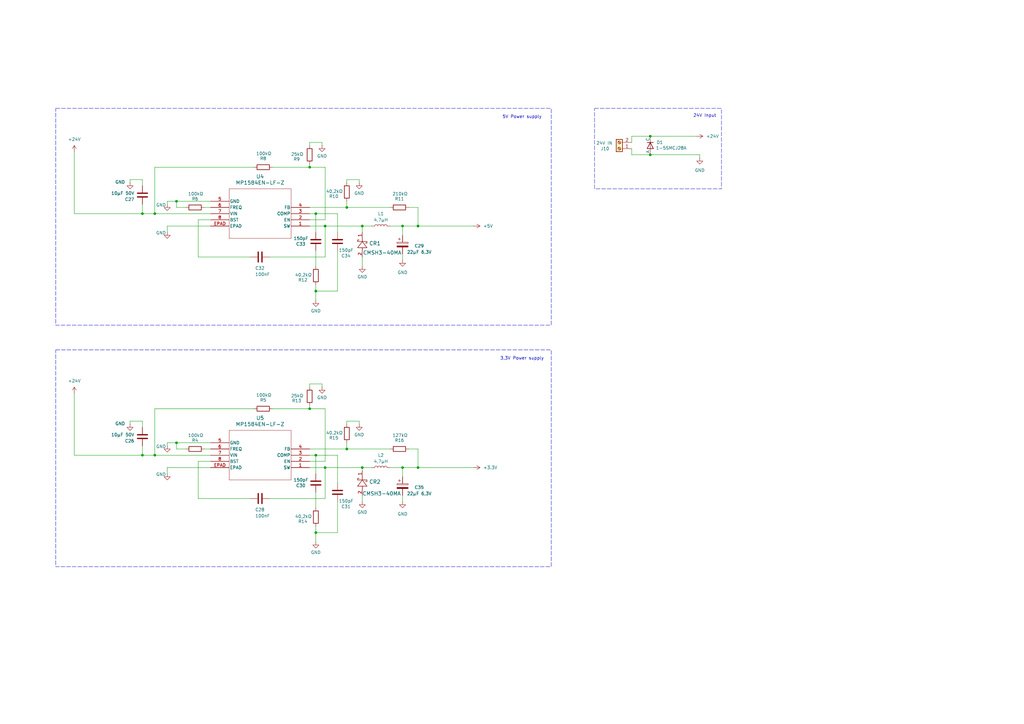
<source format=kicad_sch>
(kicad_sch (version 20231120) (generator "eeschema") (generator_version "8.0")
  (paper "A3")
  (lib_symbols
    (symbol "1-5SMCJ28A:Diode" (pin_numbers hide) (pin_names (offset 0))
      (property "Reference" "D" (at 0 5.08 0))
      (property "Value" "Diode" (at 0 3.175 0))
      (symbol "Diode_0_1"
        (polyline (pts (xy -1.27 0) (xy 1.27 0)))
        (polyline (pts (xy 1.27 -1.27) (xy 1.27 1.27)) (stroke (width 0.254)))
        (polyline (pts (xy -1.27 -1.27) (xy -1.27 1.27) (xy 1.27 0) (xy -1.27 -1.27)) (stroke (width 0.254)))
      )
      (symbol "Diode_1_1"
        (pin passive line (at -3.81 0 0) (length 2.54) (name "A") (number "1"))
        (pin passive line (at 3.81 0 180) (length 2.54) (name "C") (number "2"))
      )
    )
    (symbol "CMSH3-40MA-TR13-PBFREE:CMSH3-40MA_TR13_PBFREE" (pin_names (offset 0.254))
      (property "Reference" "CR" (at 5.08 4.445 0))
      (property "Value" "CMSH3-40MA TR13 PBFREE" (at 5.08 -3.81 0))
      (symbol "CMSH3-40MA_TR13_PBFREE_0_1"
        (polyline (pts (xy 2.54 0) (xy 3.4798 0)) (stroke (width 0.2032)))
        (polyline (pts (xy 3.175 0) (xy 3.81 0)) (stroke (width 0.2032)))
        (polyline (pts (xy 3.81 -1.905) (xy 6.35 0)) (stroke (width 0.2032)))
        (polyline (pts (xy 3.81 1.905) (xy 3.81 -1.905)) (stroke (width 0.2032)))
        (polyline (pts (xy 5.715 -1.905) (xy 5.715 -1.27)) (stroke (width 0.2032)))
        (polyline (pts (xy 6.35 -1.905) (xy 5.715 -1.905)) (stroke (width 0.2032)))
        (polyline (pts (xy 6.35 -1.905) (xy 6.35 1.905)) (stroke (width 0.2032)))
        (polyline (pts (xy 6.35 0) (xy 3.81 1.905)) (stroke (width 0.2032)))
        (polyline (pts (xy 6.35 0) (xy 7.62 0)) (stroke (width 0.2032)))
        (polyline (pts (xy 6.35 1.905) (xy 6.985 1.905)) (stroke (width 0.2032)))
        (polyline (pts (xy 6.985 1.905) (xy 6.985 1.27)) (stroke (width 0.2032)))
        (pin unspecified line (at 10.16 0 180) (length 2.54) (name "") (number "1"))
        (pin unspecified line (at 0 0 0) (length 2.54) (name "") (number "2"))
      )
    )
    (symbol "Connector:Screw_Terminal_01x02" (pin_names (offset 1.016) hide)
      (property "Reference" "J" (at 0 2.54 0))
      (property "Value" "Screw_Terminal_01x02" (at 0 -5.08 0))
      (symbol "Screw_Terminal_01x02_1_1"
        (rectangle (start -1.27 1.27) (end 1.27 -3.81) (stroke (width 0.254)) (fill (type background)))
        (circle (center 0 -2.54) (radius 0.635) (stroke (width 0.1524)))
        (polyline (pts (xy -0.5334 -2.2098) (xy 0.3302 -3.048)) (stroke (width 0.1524)))
        (polyline (pts (xy -0.5334 0.3302) (xy 0.3302 -0.508)) (stroke (width 0.1524)))
        (polyline (pts (xy -0.3556 -2.032) (xy 0.508 -2.8702)) (stroke (width 0.1524)))
        (polyline (pts (xy -0.3556 0.508) (xy 0.508 -0.3302)) (stroke (width 0.1524)))
        (circle (center 0 0) (radius 0.635) (stroke (width 0.1524)))
        (pin passive line (at -5.08 0 0) (length 3.81) (name "Pin_1") (number "1"))
        (pin passive line (at -5.08 -2.54 0) (length 3.81) (name "Pin_2") (number "2"))
      )
    )
    (symbol "Device:C" (pin_numbers hide) (pin_names (offset 0.254))
      (property "Reference" "C" (at 0.635 2.54 0))
      (property "Value" "C" (at 0.635 -2.54 0))
      (symbol "C_0_1"
        (polyline (pts (xy -2.032 -0.762) (xy 2.032 -0.762)) (stroke (width 0.508)))
        (polyline (pts (xy -2.032 0.762) (xy 2.032 0.762)) (stroke (width 0.508)))
      )
      (symbol "C_1_1"
        (pin passive line (at 0 3.81 270) (length 2.794) (name "~") (number "1"))
        (pin passive line (at 0 -3.81 90) (length 2.794) (name "~") (number "2"))
      )
    )
    (symbol "Device:C_Polarized" (pin_numbers hide) (pin_names (offset 0.254))
      (property "Reference" "C" (at 0.635 2.54 0))
      (property "Value" "C_Polarized" (at 0.635 -2.54 0))
      (symbol "C_Polarized_0_1"
        (rectangle (start -2.286 0.508) (end 2.286 1.016))
        (polyline (pts (xy -1.778 2.286) (xy -0.762 2.286)))
        (polyline (pts (xy -1.27 2.794) (xy -1.27 1.778)))
        (rectangle (start 2.286 -0.508) (end -2.286 -1.016) (fill (type outline)))
      )
      (symbol "C_Polarized_1_1"
        (pin passive line (at 0 3.81 270) (length 2.794) (name "~") (number "1"))
        (pin passive line (at 0 -3.81 90) (length 2.794) (name "~") (number "2"))
      )
    )
    (symbol "Device:L" (pin_numbers hide) (pin_names (offset 1.016) hide)
      (property "Reference" "L" (at -1.27 0 90))
      (property "Value" "L" (at 1.905 0 90))
      (symbol "L_0_1"
        (arc (start 0 -2.54) (mid 0.6323 -1.905) (end 0 -1.27))
        (arc (start 0 -1.27) (mid 0.6323 -0.635) (end 0 0))
        (arc (start 0 0) (mid 0.6323 0.635) (end 0 1.27))
        (arc (start 0 1.27) (mid 0.6323 1.905) (end 0 2.54))
      )
      (symbol "L_1_1"
        (pin passive line (at 0 3.81 270) (length 1.27) (name "1") (number "1"))
        (pin passive line (at 0 -3.81 90) (length 1.27) (name "2") (number "2"))
      )
    )
    (symbol "Device:R" (pin_numbers hide) (pin_names (offset 0))
      (property "Reference" "R" (at 2.032 0 90))
      (property "Value" "R" (at 0 0 90))
      (symbol "R_0_1"
        (rectangle (start -1.016 -2.54) (end 1.016 2.54) (stroke (width 0.254)))
      )
      (symbol "R_1_1"
        (pin passive line (at 0 3.81 270) (length 1.27) (name "~") (number "1"))
        (pin passive line (at 0 -3.81 90) (length 1.27) (name "~") (number "2"))
      )
    )
    (symbol "MP1584EN-LF-Z:MP1584EN-LF-Z" (pin_names (offset 0.254))
      (property "Reference" "U" (at 20.32 10.16 0))
      (property "Value" "MP1584EN-LF-Z" (at 20.32 7.62 0))
      (symbol "MP1584EN-LF-Z_0_1"
        (polyline (pts (xy 7.62 -15.24) (xy 33.02 -15.24)) (stroke (width 0.127)))
        (polyline (pts (xy 7.62 5.08) (xy 7.62 -15.24)) (stroke (width 0.127)))
        (polyline (pts (xy 33.02 -15.24) (xy 33.02 5.08)) (stroke (width 0.127)))
        (polyline (pts (xy 33.02 5.08) (xy 7.62 5.08)) (stroke (width 0.127)))
        (pin output line (at 0 0 0) (length 7.62) (name "SW") (number "1"))
        (pin input line (at 0 -2.54 0) (length 7.62) (name "EN") (number "2"))
        (pin output line (at 0 -5.08 0) (length 7.62) (name "COMP") (number "3"))
        (pin input line (at 0 -7.62 0) (length 7.62) (name "FB") (number "4"))
        (pin power_out line (at 40.64 -10.16 180) (length 7.62) (name "GND") (number "5"))
        (pin input line (at 40.64 -7.62 180) (length 7.62) (name "FREQ") (number "6"))
        (pin power_in line (at 40.64 -5.08 180) (length 7.62) (name "VIN") (number "7"))
        (pin unspecified line (at 40.64 -2.54 180) (length 7.62) (name "BST") (number "8"))
        (pin power_out line (at 40.64 0 180) (length 7.62) (name "EPAD") (number "EPAD"))
      )
    )
    (symbol "power:+24V" (power) (pin_numbers hide) (pin_names (offset 0) hide)
      (property "Value" "+24V" (at 0 3.556 0))
      (symbol "+24V_0_1"
        (polyline (pts (xy -0.762 1.27) (xy 0 2.54)))
        (polyline (pts (xy 0 0) (xy 0 2.54)))
        (polyline (pts (xy 0 2.54) (xy 0.762 1.27)))
      )
      (symbol "+24V_1_1"
        (pin power_in line (at 0 0 90) (length 0) (name "~") (number "1"))
      )
    )
    (symbol "power:+3.3V" (power) (pin_numbers hide) (pin_names (offset 0) hide)
      (property "Value" "+3.3V" (at 0 3.556 0))
      (symbol "+3.3V_0_1"
        (polyline (pts (xy -0.762 1.27) (xy 0 2.54)))
        (polyline (pts (xy 0 0) (xy 0 2.54)))
        (polyline (pts (xy 0 2.54) (xy 0.762 1.27)))
      )
      (symbol "+3.3V_1_1"
        (pin power_in line (at 0 0 90) (length 0) (name "~") (number "1"))
      )
    )
    (symbol "power:+5V" (power) (pin_numbers hide) (pin_names (offset 0) hide)
      (property "Value" "+5V" (at 0 3.556 0))
      (symbol "+5V_0_1"
        (polyline (pts (xy -0.762 1.27) (xy 0 2.54)))
        (polyline (pts (xy 0 0) (xy 0 2.54)))
        (polyline (pts (xy 0 2.54) (xy 0.762 1.27)))
      )
      (symbol "+5V_1_1"
        (pin power_in line (at 0 0 90) (length 0) (name "~") (number "1"))
      )
    )
    (symbol "power:GND" (power) (pin_numbers hide) (pin_names (offset 0) hide)
      (property "Value" "GND" (at 0 -3.81 0))
      (symbol "GND_0_1"
        (polyline (pts (xy 0 0) (xy 0 -1.27) (xy 1.27 -1.27) (xy 0 -2.54) (xy -1.27 -1.27) (xy 0 -1.27)))
      )
      (symbol "GND_1_1"
        (pin power_in line (at 0 0 270) (length 0) (name "~") (number "1"))
      )
    )
  )
  (junction (at 127 68.58))
  (junction (at 58.42 87.63))
  (junction (at 142.24 85.09))
  (junction (at 266.7 55.88))
  (junction (at 129.54 119.38))
  (junction (at 63.5 186.69))
  (junction (at 165.1 191.77))
  (junction (at 129.54 218.44))
  (junction (at 129.54 87.63))
  (junction (at 133.35 191.77))
  (junction (at 148.59 92.71))
  (junction (at 266.7 63.5))
  (junction (at 129.54 186.69))
  (junction (at 171.45 191.77))
  (junction (at 133.35 92.71))
  (junction (at 63.5 87.63))
  (junction (at 165.1 92.71))
  (junction (at 142.24 184.15))
  (junction (at 127 167.64))
  (junction (at 72.39 82.55))
  (junction (at 171.45 92.71))
  (junction (at 72.39 181.61))
  (junction (at 148.59 191.77))
  (junction (at 58.42 186.69))
  (wire (pts (xy 127 92.71) (xy 133.35 92.71)))
  (wire (pts (xy 76.2 184.15) (xy 72.39 184.15)))
  (wire (pts (xy 165.1 203.2) (xy 165.1 205.74)))
  (wire (pts (xy 76.2 85.09) (xy 72.39 85.09)))
  (wire (pts (xy 81.28 189.23) (xy 81.28 204.47)))
  (wire (pts (xy 148.59 92.71) (xy 148.59 95.25)))
  (wire (pts (xy 133.35 191.77) (xy 148.59 191.77)))
  (wire (pts (xy 58.42 186.69) (xy 30.48 186.69)))
  (wire (pts (xy 266.7 55.88) (xy 285.75 55.88)))
  (wire (pts (xy 171.45 92.71) (xy 194.31 92.71)))
  (wire (pts (xy 133.35 92.71) (xy 148.59 92.71)))
  (wire (pts (xy 142.24 172.72) (xy 147.32 172.72)))
  (wire (pts (xy 259.08 60.96) (xy 259.08 63.5)))
  (wire (pts (xy 132.08 157.48) (xy 127 157.48)))
  (wire (pts (xy 147.32 73.66) (xy 147.32 74.93)))
  (wire (pts (xy 72.39 181.61) (xy 72.39 184.15)))
  (wire (pts (xy 165.1 92.71) (xy 165.1 96.52)))
  (wire (pts (xy 83.82 184.15) (xy 86.36 184.15)))
  (wire (pts (xy 86.36 82.55) (xy 72.39 82.55)))
  (wire (pts (xy 58.42 87.63) (xy 30.48 87.63)))
  (wire (pts (xy 132.08 158.75) (xy 132.08 157.48)))
  (wire (pts (xy 138.43 198.12) (xy 138.43 186.69)))
  (wire (pts (xy 53.34 172.72) (xy 58.42 172.72)))
  (wire (pts (xy 86.36 189.23) (xy 81.28 189.23)))
  (wire (pts (xy 165.1 92.71) (xy 171.45 92.71)))
  (wire (pts (xy 138.43 87.63) (xy 129.54 87.63)))
  (wire (pts (xy 68.58 181.61) (xy 68.58 182.88)))
  (wire (pts (xy 147.32 172.72) (xy 147.32 173.99)))
  (wire (pts (xy 148.59 191.77) (xy 148.59 193.04)))
  (wire (pts (xy 129.54 186.69) (xy 127 186.69)))
  (wire (pts (xy 160.02 92.71) (xy 165.1 92.71)))
  (wire (pts (xy 133.35 90.17) (xy 133.35 68.58)))
  (wire (pts (xy 68.58 82.55) (xy 68.58 83.82)))
  (wire (pts (xy 127 157.48) (xy 127 158.75)))
  (wire (pts (xy 133.35 189.23) (xy 133.35 167.64)))
  (wire (pts (xy 171.45 191.77) (xy 194.31 191.77)))
  (wire (pts (xy 86.36 181.61) (xy 72.39 181.61)))
  (wire (pts (xy 138.43 186.69) (xy 129.54 186.69)))
  (wire (pts (xy 53.34 74.93) (xy 53.34 73.66)))
  (wire (pts (xy 129.54 116.84) (xy 129.54 119.38)))
  (wire (pts (xy 148.59 203.2) (xy 148.59 205.74)))
  (wire (pts (xy 86.36 90.17) (xy 81.28 90.17)))
  (wire (pts (xy 63.5 87.63) (xy 86.36 87.63)))
  (wire (pts (xy 148.59 105.41) (xy 148.59 109.22)))
  (wire (pts (xy 171.45 85.09) (xy 171.45 92.71)))
  (wire (pts (xy 58.42 182.88) (xy 58.42 186.69)))
  (wire (pts (xy 58.42 186.69) (xy 63.5 186.69)))
  (wire (pts (xy 72.39 82.55) (xy 68.58 82.55)))
  (wire (pts (xy 133.35 68.58) (xy 127 68.58)))
  (wire (pts (xy 142.24 74.93) (xy 142.24 73.66)))
  (wire (pts (xy 259.08 58.42) (xy 259.08 55.88)))
  (wire (pts (xy 129.54 201.93) (xy 129.54 208.28)))
  (wire (pts (xy 127 90.17) (xy 133.35 90.17)))
  (wire (pts (xy 129.54 215.9) (xy 129.54 218.44)))
  (wire (pts (xy 83.82 85.09) (xy 86.36 85.09)))
  (wire (pts (xy 138.43 102.87) (xy 138.43 119.38)))
  (wire (pts (xy 68.58 191.77) (xy 68.58 194.31)))
  (wire (pts (xy 138.43 218.44) (xy 129.54 218.44)))
  (wire (pts (xy 148.59 92.71) (xy 152.4 92.71)))
  (wire (pts (xy 287.02 63.5) (xy 266.7 63.5)))
  (wire (pts (xy 127 166.37) (xy 127 167.64)))
  (wire (pts (xy 129.54 87.63) (xy 127 87.63)))
  (wire (pts (xy 127 85.09) (xy 142.24 85.09)))
  (wire (pts (xy 127 189.23) (xy 133.35 189.23)))
  (wire (pts (xy 138.43 205.74) (xy 138.43 218.44)))
  (wire (pts (xy 133.35 204.47) (xy 133.35 191.77)))
  (wire (pts (xy 63.5 68.58) (xy 63.5 87.63)))
  (wire (pts (xy 165.1 191.77) (xy 171.45 191.77)))
  (wire (pts (xy 81.28 90.17) (xy 81.28 105.41)))
  (wire (pts (xy 72.39 181.61) (xy 68.58 181.61)))
  (wire (pts (xy 142.24 184.15) (xy 160.02 184.15)))
  (wire (pts (xy 138.43 119.38) (xy 129.54 119.38)))
  (wire (pts (xy 165.1 191.77) (xy 165.1 195.58)))
  (wire (pts (xy 160.02 191.77) (xy 165.1 191.77)))
  (wire (pts (xy 58.42 83.82) (xy 58.42 87.63)))
  (wire (pts (xy 142.24 181.61) (xy 142.24 184.15)))
  (wire (pts (xy 287.02 64.77) (xy 287.02 63.5)))
  (wire (pts (xy 110.49 105.41) (xy 133.35 105.41)))
  (wire (pts (xy 142.24 173.99) (xy 142.24 172.72)))
  (wire (pts (xy 127 184.15) (xy 142.24 184.15)))
  (wire (pts (xy 127 167.64) (xy 111.76 167.64)))
  (wire (pts (xy 132.08 59.69) (xy 132.08 58.42)))
  (wire (pts (xy 129.54 87.63) (xy 129.54 95.25)))
  (wire (pts (xy 129.54 186.69) (xy 129.54 194.31)))
  (wire (pts (xy 53.34 73.66) (xy 58.42 73.66)))
  (wire (pts (xy 53.34 173.99) (xy 53.34 172.72)))
  (wire (pts (xy 171.45 184.15) (xy 171.45 191.77)))
  (wire (pts (xy 129.54 218.44) (xy 129.54 222.25)))
  (wire (pts (xy 142.24 85.09) (xy 160.02 85.09)))
  (wire (pts (xy 58.42 73.66) (xy 58.42 76.2)))
  (wire (pts (xy 133.35 167.64) (xy 127 167.64)))
  (wire (pts (xy 129.54 119.38) (xy 129.54 123.19)))
  (wire (pts (xy 167.64 184.15) (xy 171.45 184.15)))
  (wire (pts (xy 127 58.42) (xy 127 59.69)))
  (wire (pts (xy 142.24 82.55) (xy 142.24 85.09)))
  (wire (pts (xy 138.43 95.25) (xy 138.43 87.63)))
  (wire (pts (xy 142.24 73.66) (xy 147.32 73.66)))
  (wire (pts (xy 132.08 58.42) (xy 127 58.42)))
  (wire (pts (xy 30.48 62.23) (xy 30.48 87.63)))
  (wire (pts (xy 86.36 92.71) (xy 68.58 92.71)))
  (wire (pts (xy 129.54 102.87) (xy 129.54 109.22)))
  (wire (pts (xy 58.42 87.63) (xy 63.5 87.63)))
  (wire (pts (xy 127 68.58) (xy 111.76 68.58)))
  (wire (pts (xy 259.08 55.88) (xy 266.7 55.88)))
  (wire (pts (xy 30.48 161.29) (xy 30.48 186.69)))
  (wire (pts (xy 68.58 92.71) (xy 68.58 95.25)))
  (wire (pts (xy 81.28 105.41) (xy 102.87 105.41)))
  (wire (pts (xy 81.28 204.47) (xy 102.87 204.47)))
  (wire (pts (xy 104.14 167.64) (xy 63.5 167.64)))
  (wire (pts (xy 72.39 82.55) (xy 72.39 85.09)))
  (wire (pts (xy 86.36 191.77) (xy 68.58 191.77)))
  (wire (pts (xy 148.59 191.77) (xy 152.4 191.77)))
  (wire (pts (xy 259.08 63.5) (xy 266.7 63.5)))
  (wire (pts (xy 63.5 186.69) (xy 86.36 186.69)))
  (wire (pts (xy 133.35 105.41) (xy 133.35 92.71)))
  (wire (pts (xy 104.14 68.58) (xy 63.5 68.58)))
  (wire (pts (xy 127 191.77) (xy 133.35 191.77)))
  (wire (pts (xy 58.42 172.72) (xy 58.42 175.26)))
  (wire (pts (xy 127 67.31) (xy 127 68.58)))
  (wire (pts (xy 63.5 167.64) (xy 63.5 186.69)))
  (wire (pts (xy 165.1 104.14) (xy 165.1 106.68)))
  (wire (pts (xy 110.49 204.47) (xy 133.35 204.47)))
  (wire (pts (xy 167.64 85.09) (xy 171.45 85.09)))
  (rectangle (start 243.84 44.45) (end 295.91 77.47) (stroke (width 0) (type dash)))
  (rectangle (start 22.86 44.45) (end 226.06 133.35) (stroke (width 0) (type dash)))
  (rectangle (start 22.86 143.51) (end 226.06 232.41) (stroke (width 0) (type dash)))
  (text "24V Input" (at 289.052 47.498 0) (effects (font (size 1.27 1.27))))
  (text "5V Power supply" (at 214.122 48.006 0) (effects (font (size 1.27 1.27))))
  (text "3,3V Power supply" (at 214.122 147.066 0) (effects (font (size 1.27 1.27))))
  (symbol (lib_id "Device:R") (at 107.95 68.58 270) (unit 1)
    (property "Reference" "R8" (at 107.95 65.024 90))
    (property "Value" "100kΩ" (at 108.204 62.992 90))
    (property "Footprint" "Resistor_SMD:R_0805_2012Metric_Pad1.20x1.40mm_HandSolder" (effects (hide yes)))
    (property "Description" "Resistor" (effects (hide yes)))
  )
  (symbol (lib_id "power:+24V") (at 30.48 62.23 0) (unit 1)
    (property "Reference" "#PWR025" (effects (hide yes)))
    (property "Value" "+24V" (at 30.48 57.15 0))
    (property "Description" "Power symbol creates a global label with name \"+24V\"" (effects (hide yes)))
  )
  (symbol (lib_id "power:GND") (at 148.59 205.74 0) (unit 1)
    (property "Reference" "#PWR046" (effects (hide yes)))
    (property "Value" "GND" (at 148.59 210.058 0))
    (property "Description" "Power symbol creates a global label with name \"GND\" , ground" (effects (hide yes)))
  )
  (symbol (lib_id "power:GND") (at 68.58 83.82 0) (unit 1)
    (property "Reference" "#PWR026" (effects (hide yes)))
    (property "Value" "GND" (at 66.04 84.074 0))
    (property "Description" "Power symbol creates a global label with name \"GND\" , ground" (effects (hide yes)))
  )
  (symbol (lib_id "power:GND") (at 68.58 194.31 0) (unit 1)
    (property "Reference" "#PWR032" (effects (hide yes)))
    (property "Value" "GND" (at 66.04 194.564 0))
    (property "Description" "Power symbol creates a global label with name \"GND\" , ground" (effects (hide yes)))
  )
  (symbol (lib_id "Device:R") (at 107.95 167.64 270) (unit 1)
    (property "Reference" "R5" (at 107.95 164.084 90))
    (property "Value" "100kΩ" (at 108.204 162.052 90))
    (property "Footprint" "Resistor_SMD:R_0805_2012Metric_Pad1.20x1.40mm_HandSolder" (effects (hide yes)))
    (property "Description" "Resistor" (effects (hide yes)))
  )
  (symbol (lib_id "power:GND") (at 147.32 74.93 0) (unit 1)
    (property "Reference" "#PWR041" (effects (hide yes)))
    (property "Value" "GND" (at 147.32 79.248 0))
    (property "Description" "Power symbol creates a global label with name \"GND\" , ground" (effects (hide yes)))
  )
  (symbol (lib_id "Device:R") (at 127 162.56 0) (unit 1)
    (property "Reference" "R13" (at 121.666 164.338 0))
    (property "Value" "25kΩ" (at 121.92 162.306 0))
    (property "Footprint" "Resistor_SMD:R_0805_2012Metric_Pad1.20x1.40mm_HandSolder" (effects (hide yes)))
    (property "Description" "Resistor" (effects (hide yes)))
  )
  (symbol (lib_id "Device:R") (at 129.54 212.09 0) (unit 1)
    (property "Reference" "R14" (at 124.206 213.868 0))
    (property "Value" "40,2kΩ" (at 124.46 211.836 0))
    (property "Footprint" "Resistor_SMD:R_0805_2012Metric_Pad1.20x1.40mm_HandSolder" (effects (hide yes)))
    (property "Description" "Resistor" (effects (hide yes)))
  )
  (symbol (lib_id "CMSH3-40MA-TR13-PBFREE:CMSH3-40MA_TR13_PBFREE") (at 148.59 203.2 90) (unit 1)
    (property "Reference" "CR2" (at 151.384 197.612 90) (effects (font (size 1.524 1.524)) (justify right)))
    (property "Value" "CMSH3-40MA" (at 148.59 202.438 90) (effects (font (size 1.524 1.524)) (justify right)))
    (property "Footprint" "Diode_SMD:D_3220_8050Metric_Pad2.65x5.15mm_HandSolder" (effects (hide yes)))
    (property "Datasheet" "CMSH3-40MA TR13 PBFREE" (effects (hide yes)))
  )
  (symbol (lib_id "power:GND") (at 53.34 74.93 0) (unit 1)
    (property "Reference" "#PWR027" (effects (hide yes)))
    (property "Value" "GND" (at 49.276 74.676 0))
    (property "Description" "Power symbol creates a global label with name \"GND\" , ground" (effects (hide yes)))
  )
  (symbol (lib_id "Device:C") (at 106.68 204.47 270) (unit 1)
    (property "Reference" "C28" (at 104.648 209.042 90) (effects (justify left)))
    (property "Value" "100nF" (at 104.648 211.582 90) (effects (justify left)))
    (property "Footprint" "Capacitor_SMD:C_0805_2012Metric_Pad1.18x1.45mm_HandSolder" (effects (hide yes)))
    (property "Description" "Unpolarized capacitor" (effects (hide yes)))
  )
  (symbol (lib_id "CMSH3-40MA-TR13-PBFREE:CMSH3-40MA_TR13_PBFREE") (at 148.59 105.41 90) (unit 1)
    (property "Reference" "CR1" (at 151.384 99.822 90) (effects (font (size 1.524 1.524)) (justify right)))
    (property "Value" "CMSH3-40MA" (at 148.844 103.632 90) (effects (font (size 1.524 1.524)) (justify right)))
    (property "Footprint" "Diode_SMD:D_3220_8050Metric_Pad2.65x5.15mm_HandSolder" (effects (hide yes)))
    (property "Datasheet" "CMSH3-40MA TR13 PBFREE" (effects (hide yes)))
  )
  (symbol (lib_id "power:GND") (at 132.08 158.75 0) (unit 1)
    (property "Reference" "#PWR044" (effects (hide yes)))
    (property "Value" "GND" (at 132.08 163.068 0))
    (property "Description" "Power symbol creates a global label with name \"GND\" , ground" (effects (hide yes)))
  )
  (symbol (lib_id "Device:R") (at 142.24 78.74 0) (unit 1)
    (property "Reference" "R10" (at 136.906 80.518 0))
    (property "Value" "40,2kΩ" (at 137.16 78.486 0))
    (property "Footprint" "Resistor_SMD:R_0805_2012Metric_Pad1.20x1.40mm_HandSolder" (effects (hide yes)))
    (property "Description" "Resistor" (effects (hide yes)))
  )
  (symbol (lib_id "power:GND") (at 68.58 95.25 0) (unit 1)
    (property "Reference" "#PWR042" (effects (hide yes)))
    (property "Value" "GND" (at 66.04 95.504 0))
    (property "Description" "Power symbol creates a global label with name \"GND\" , ground" (effects (hide yes)))
  )
  (symbol (lib_id "power:GND") (at 53.34 173.99 0) (unit 1)
    (property "Reference" "#PWR029" (effects (hide yes)))
    (property "Value" "GND" (at 49.276 173.736 0))
    (property "Description" "Power symbol creates a global label with name \"GND\" , ground" (effects (hide yes)))
  )
  (symbol (lib_id "Device:R") (at 127 63.5 0) (unit 1)
    (property "Reference" "R9" (at 121.666 65.278 0))
    (property "Value" "25kΩ" (at 121.92 63.246 0))
    (property "Footprint" "Resistor_SMD:R_0805_2012Metric_Pad1.20x1.40mm_HandSolder" (effects (hide yes)))
    (property "Description" "Resistor" (effects (hide yes)))
  )
  (symbol (lib_id "Device:C_Polarized") (at 165.1 100.33 0) (unit 1)
    (property "Reference" "C29" (at 171.958 100.838 0))
    (property "Value" "22µF 6,3V" (at 171.958 103.378 0))
    (property "Footprint" "Capacitor_SMD:C_0805_2012Metric_Pad1.18x1.45mm_HandSolder" (effects (hide yes)))
    (property "Description" "Polarized capacitor" (effects (hide yes)))
  )
  (symbol (lib_id "Device:C") (at 58.42 80.01 180) (unit 1)
    (property "Reference" "C27" (at 55.118 81.788 0) (effects (justify left)))
    (property "Value" "10µF 50V" (at 55.118 79.248 0) (effects (justify left)))
    (property "Footprint" "Capacitor_SMD:C_0805_2012Metric_Pad1.18x1.45mm_HandSolder" (effects (hide yes)))
    (property "Description" "Unpolarized capacitor" (effects (hide yes)))
  )
  (symbol (lib_id "MP1584EN-LF-Z:MP1584EN-LF-Z") (at 127 191.77 180) (unit 1)
    (property "Reference" "U5" (at 106.68 171.45 0) (effects (font (size 1.524 1.524))))
    (property "Value" "MP1584EN-LF-Z" (at 106.68 173.99 0) (effects (font (size 1.524 1.524))))
    (property "Footprint" "Package_SO:SOIC-8-1EP_3.9x4.9mm_P1.27mm_EP2.41x3.3mm_ThermalVias" (effects (hide yes)))
    (property "Datasheet" "MP1584EN-LF-Z" (effects (hide yes)))
  )
  (symbol (lib_id "Device:C") (at 138.43 99.06 0) (unit 1)
    (property "Reference" "C34" (at 139.954 104.902 0) (effects (justify left)))
    (property "Value" "150pF" (at 138.938 102.616 0) (effects (justify left)))
    (property "Footprint" "Capacitor_SMD:C_0805_2012Metric_Pad1.18x1.45mm_HandSolder" (effects (hide yes)))
    (property "Description" "Unpolarized capacitor" (effects (hide yes)))
  )
  (symbol (lib_id "Device:C") (at 129.54 198.12 0) (unit 1)
    (property "Reference" "C30" (at 121.412 199.136 0) (effects (justify left)))
    (property "Value" "150pF" (at 120.396 196.85 0) (effects (justify left)))
    (property "Footprint" "Capacitor_SMD:C_0805_2012Metric_Pad1.18x1.45mm_HandSolder" (effects (hide yes)))
    (property "Description" "Unpolarized capacitor" (effects (hide yes)))
  )
  (symbol (lib_id "Device:R") (at 142.24 177.8 0) (unit 1)
    (property "Reference" "R15" (at 136.906 179.578 0))
    (property "Value" "40,2kΩ" (at 137.16 177.546 0))
    (property "Footprint" "Resistor_SMD:R_0805_2012Metric_Pad1.20x1.40mm_HandSolder" (effects (hide yes)))
    (property "Description" "Resistor" (effects (hide yes)))
  )
  (symbol (lib_id "power:+24V") (at 285.75 55.88 270) (unit 1)
    (property "Reference" "#PWR072" (effects (hide yes)))
    (property "Value" "+24V" (at 289.56 55.8799 90) (effects (justify left)))
    (property "Description" "Power symbol creates a global label with name \"+24V\"" (effects (hide yes)))
  )
  (symbol (lib_id "Device:C_Polarized") (at 165.1 199.39 0) (unit 1)
    (property "Reference" "C35" (at 171.958 199.898 0))
    (property "Value" "22µF 6,3V" (at 171.958 202.438 0))
    (property "Footprint" "Capacitor_SMD:C_0805_2012Metric_Pad1.18x1.45mm_HandSolder" (effects (hide yes)))
    (property "Description" "Polarized capacitor" (effects (hide yes)))
  )
  (symbol (lib_id "power:+24V") (at 30.48 161.29 0) (unit 1)
    (property "Reference" "#PWR028" (effects (hide yes)))
    (property "Value" "+24V" (at 30.48 156.21 0))
    (property "Description" "Power symbol creates a global label with name \"+24V\"" (effects (hide yes)))
  )
  (symbol (lib_id "power:GND") (at 148.59 109.22 0) (unit 1)
    (property "Reference" "#PWR040" (effects (hide yes)))
    (property "Value" "GND" (at 148.59 113.538 0))
    (property "Description" "Power symbol creates a global label with name \"GND\" , ground" (effects (hide yes)))
  )
  (symbol (lib_id "power:+5V") (at 194.31 92.71 270) (unit 1)
    (property "Reference" "#PWR039" (effects (hide yes)))
    (property "Value" "+5V" (at 198.12 92.7099 90) (effects (justify left)))
    (property "Description" "Power symbol creates a global label with name \"+5V\"" (effects (hide yes)))
  )
  (symbol (lib_id "power:GND") (at 165.1 205.74 0) (unit 1)
    (property "Reference" "#PWR047" (effects (hide yes)))
    (property "Value" "GND" (at 165.1 210.82 0))
    (property "Description" "Power symbol creates a global label with name \"GND\" , ground" (effects (hide yes)))
  )
  (symbol (lib_id "power:GND") (at 129.54 222.25 0) (unit 1)
    (property "Reference" "#PWR033" (effects (hide yes)))
    (property "Value" "GND" (at 129.54 226.568 0))
    (property "Description" "Power symbol creates a global label with name \"GND\" , ground" (effects (hide yes)))
  )
  (symbol (lib_id "power:GND") (at 147.32 173.99 0) (unit 1)
    (property "Reference" "#PWR045" (effects (hide yes)))
    (property "Value" "GND" (at 147.32 178.308 0))
    (property "Description" "Power symbol creates a global label with name \"GND\" , ground" (effects (hide yes)))
  )
  (symbol (lib_id "Device:C") (at 106.68 105.41 270) (unit 1)
    (property "Reference" "C32" (at 104.648 109.982 90) (effects (justify left)))
    (property "Value" "100nF" (at 104.648 112.522 90) (effects (justify left)))
    (property "Footprint" "Capacitor_SMD:C_0805_2012Metric_Pad1.18x1.45mm_HandSolder" (effects (hide yes)))
    (property "Description" "Unpolarized capacitor" (effects (hide yes)))
  )
  (symbol (lib_id "Device:L") (at 156.21 191.77 90) (unit 1)
    (property "Reference" "L2" (at 156.21 186.69 90))
    (property "Value" "4,7µH" (at 156.21 189.23 90))
    (property "Footprint" "Inductor_SMD:L_0805_2012Metric_Pad1.05x1.20mm_HandSolder" (effects (hide yes)))
    (property "Description" "Inductor" (effects (hide yes)))
  )
  (symbol (lib_id "MP1584EN-LF-Z:MP1584EN-LF-Z") (at 127 92.71 180) (unit 1)
    (property "Reference" "U4" (at 106.68 72.39 0) (effects (font (size 1.524 1.524))))
    (property "Value" "MP1584EN-LF-Z" (at 106.68 74.93 0) (effects (font (size 1.524 1.524))))
    (property "Footprint" "Package_SO:SOIC-8-1EP_3.9x4.9mm_P1.27mm_EP2.41x3.3mm_ThermalVias" (effects (hide yes)))
    (property "Datasheet" "MP1584EN-LF-Z" (effects (hide yes)))
  )
  (symbol (lib_id "1-5SMCJ28A:Diode") (at 266.7 59.69 90) (unit 1)
    (property "Reference" "D1" (at 269.24 58.4199 90) (effects (justify right)))
    (property "Value" "1-5SMCJ28A" (at 268.986 60.706 90) (effects (justify right)))
    (property "Footprint" "Diode_SMD:D_1812_4532Metric_Pad1.30x3.40mm_HandSolder" (effects (hide yes)))
    (property "Datasheet" "https://diotec.com/de/produktliste/D.html" (effects (hide yes)))
    (property "Description" "Diode" (effects (hide yes)))
  )
  (symbol (lib_id "Device:R") (at 80.01 85.09 270) (unit 1)
    (property "Reference" "R6" (at 80.01 81.534 90))
    (property "Value" "100kΩ" (at 80.264 79.502 90))
    (property "Footprint" "Resistor_SMD:R_0805_2012Metric_Pad1.20x1.40mm_HandSolder" (effects (hide yes)))
    (property "Description" "Resistor" (effects (hide yes)))
  )
  (symbol (lib_id "Device:R") (at 129.54 113.03 0) (unit 1)
    (property "Reference" "R12" (at 124.206 114.808 0))
    (property "Value" "40,2kΩ" (at 124.46 112.776 0))
    (property "Footprint" "Resistor_SMD:R_0805_2012Metric_Pad1.20x1.40mm_HandSolder" (effects (hide yes)))
    (property "Description" "Resistor" (effects (hide yes)))
  )
  (symbol (lib_id "Device:R") (at 163.83 85.09 270) (unit 1)
    (property "Reference" "R11" (at 163.83 81.534 90))
    (property "Value" "210kΩ" (at 164.084 79.502 90))
    (property "Footprint" "Resistor_SMD:R_0805_2012Metric_Pad1.20x1.40mm_HandSolder" (effects (hide yes)))
    (property "Description" "Resistor" (effects (hide yes)))
  )
  (symbol (lib_id "power:GND") (at 68.58 182.88 0) (unit 1)
    (property "Reference" "#PWR030" (effects (hide yes)))
    (property "Value" "GND" (at 66.04 183.134 0))
    (property "Description" "Power symbol creates a global label with name \"GND\" , ground" (effects (hide yes)))
  )
  (symbol (lib_id "power:GND") (at 165.1 106.68 0) (unit 1)
    (property "Reference" "#PWR031" (effects (hide yes)))
    (property "Value" "GND" (at 165.1 111.76 0))
    (property "Description" "Power symbol creates a global label with name \"GND\" , ground" (effects (hide yes)))
  )
  (symbol (lib_id "Device:C") (at 138.43 201.93 0) (unit 1)
    (property "Reference" "C31" (at 139.954 207.772 0) (effects (justify left)))
    (property "Value" "150pF" (at 138.938 205.486 0) (effects (justify left)))
    (property "Footprint" "Capacitor_SMD:C_0805_2012Metric_Pad1.18x1.45mm_HandSolder" (effects (hide yes)))
    (property "Description" "Unpolarized capacitor" (effects (hide yes)))
  )
  (symbol (lib_id "Device:R") (at 163.83 184.15 270) (unit 1)
    (property "Reference" "R16" (at 163.83 180.594 90))
    (property "Value" "127kΩ" (at 164.084 178.562 90))
    (property "Footprint" "Resistor_SMD:R_0805_2012Metric_Pad1.20x1.40mm_HandSolder" (effects (hide yes)))
    (property "Description" "Resistor" (effects (hide yes)))
  )
  (symbol (lib_id "power:GND") (at 132.08 59.69 0) (unit 1)
    (property "Reference" "#PWR038" (effects (hide yes)))
    (property "Value" "GND" (at 132.08 64.008 0))
    (property "Description" "Power symbol creates a global label with name \"GND\" , ground" (effects (hide yes)))
  )
  (symbol (lib_id "Device:L") (at 156.21 92.71 90) (unit 1)
    (property "Reference" "L1" (at 156.21 87.63 90))
    (property "Value" "4,7µH" (at 156.21 90.17 90))
    (property "Footprint" "Inductor_SMD:L_0805_2012Metric_Pad1.05x1.20mm_HandSolder" (effects (hide yes)))
    (property "Description" "Inductor" (effects (hide yes)))
  )
  (symbol (lib_id "power:+3.3V") (at 194.31 191.77 270) (unit 1)
    (property "Reference" "#PWR048" (effects (hide yes)))
    (property "Value" "+3.3V" (at 198.12 191.7699 90) (effects (justify left)))
    (property "Description" "Power symbol creates a global label with name \"+3.3V\"" (effects (hide yes)))
  )
  (symbol (lib_id "Device:R") (at 80.01 184.15 270) (unit 1)
    (property "Reference" "R4" (at 80.01 180.594 90))
    (property "Value" "100kΩ" (at 80.264 178.562 90))
    (property "Footprint" "Resistor_SMD:R_0805_2012Metric_Pad1.20x1.40mm_HandSolder" (effects (hide yes)))
    (property "Description" "Resistor" (effects (hide yes)))
  )
  (symbol (lib_id "Device:C") (at 129.54 99.06 0) (unit 1)
    (property "Reference" "C33" (at 121.412 100.076 0) (effects (justify left)))
    (property "Value" "150pF" (at 120.396 97.79 0) (effects (justify left)))
    (property "Footprint" "Capacitor_SMD:C_0805_2012Metric_Pad1.18x1.45mm_HandSolder" (effects (hide yes)))
    (property "Description" "Unpolarized capacitor" (effects (hide yes)))
  )
  (symbol (lib_id "power:GND") (at 129.54 123.19 0) (unit 1)
    (property "Reference" "#PWR043" (effects (hide yes)))
    (property "Value" "GND" (at 129.54 127.508 0))
    (property "Description" "Power symbol creates a global label with name \"GND\" , ground" (effects (hide yes)))
  )
  (symbol (lib_id "power:GND") (at 287.02 64.77 0) (unit 1)
    (property "Reference" "#PWR073" (effects (hide yes)))
    (property "Value" "GND" (at 287.02 69.85 0))
    (property "Description" "Power symbol creates a global label with name \"GND\" , ground" (effects (hide yes)))
  )
  (symbol (lib_id "Connector:Screw_Terminal_01x02") (at 254 60.96 180) (unit 1)
    (property "Reference" "J10" (at 249.936 60.96 0) (effects (justify left)))
    (property "Value" "24V IN" (at 251.206 58.674 0) (effects (justify left)))
    (property "Footprint" "TerminalBlock_Phoenix:TerminalBlock_Phoenix_MKDS-1,5-2_1x02_P5.00mm_Horizontal" (effects (hide yes)))
    (property "Description" "Generic screw terminal, single row, 01x02, script generated (kicad-library-utils/schlib/autogen/connector/)" (effects (hide yes)))
  )
  (symbol (lib_id "Device:C") (at 58.42 179.07 180) (unit 1)
    (property "Reference" "C26" (at 55.118 180.848 0) (effects (justify left)))
    (property "Value" "10µF 50V" (at 55.118 178.308 0) (effects (justify left)))
    (property "Footprint" "Capacitor_SMD:C_0805_2012Metric_Pad1.18x1.45mm_HandSolder" (effects (hide yes)))
    (property "Description" "Unpolarized capacitor" (effects (hide yes)))
  )
)
</source>
